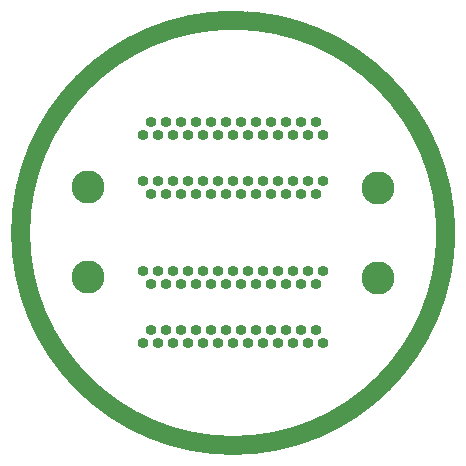
<source format=gts>
G04 #@! TF.GenerationSoftware,KiCad,Pcbnew,(6.0.5)*
G04 #@! TF.CreationDate,2022-09-27T11:09:55-06:00*
G04 #@! TF.ProjectId,Double_MicroD_25_Gateway,446f7562-6c65-45f4-9d69-63726f445f32,rev?*
G04 #@! TF.SameCoordinates,Original*
G04 #@! TF.FileFunction,Soldermask,Top*
G04 #@! TF.FilePolarity,Negative*
%FSLAX46Y46*%
G04 Gerber Fmt 4.6, Leading zero omitted, Abs format (unit mm)*
G04 Created by KiCad (PCBNEW (6.0.5)) date 2022-09-27 11:09:55*
%MOMM*%
%LPD*%
G01*
G04 APERTURE LIST*
%ADD10C,1.600000*%
%ADD11O,0.920000X0.920000*%
%ADD12C,2.800000*%
G04 APERTURE END LIST*
D10*
X18000000Y0D02*
G75*
G03*
X18000000Y0I-18000000J0D01*
G01*
D11*
X-7620000Y4350000D03*
X-6350000Y4350000D03*
X-5080000Y4350000D03*
X-3810000Y4350000D03*
X-2540000Y4350000D03*
X-1270000Y4350000D03*
X0Y4350000D03*
X1270000Y4350000D03*
X2540000Y4350000D03*
X3810000Y4350000D03*
X5080000Y4350000D03*
X6350000Y4350000D03*
X7620000Y4350000D03*
X-6985000Y3250000D03*
X-5715000Y3250000D03*
X-4445000Y3250000D03*
X-3175000Y3250000D03*
X-1905000Y3250000D03*
X-635000Y3250000D03*
X635000Y3250000D03*
X1905000Y3250000D03*
X3175000Y3250000D03*
X4445000Y3250000D03*
X5715000Y3250000D03*
X6985000Y3250000D03*
D12*
X-12275000Y3860000D03*
X12275000Y3800000D03*
D11*
X-7620000Y-3250000D03*
X-6350000Y-3250000D03*
X-5080000Y-3250000D03*
X-3810000Y-3250000D03*
X-2540000Y-3250000D03*
X-1270000Y-3250000D03*
X0Y-3250000D03*
X1270000Y-3250000D03*
X2540000Y-3250000D03*
X3810000Y-3250000D03*
X5080000Y-3250000D03*
X6350000Y-3250000D03*
X7620000Y-3250000D03*
X-6985000Y-4350000D03*
X-5715000Y-4350000D03*
X-4445000Y-4350000D03*
X-3175000Y-4350000D03*
X-1905000Y-4350000D03*
X-635000Y-4350000D03*
X635000Y-4350000D03*
X1905000Y-4350000D03*
X3175000Y-4350000D03*
X4445000Y-4350000D03*
X5715000Y-4350000D03*
X6985000Y-4350000D03*
D12*
X12275000Y-3800000D03*
X-12275000Y-3740000D03*
D11*
X-7620000Y8250000D03*
X-6350000Y8250000D03*
X-5080000Y8250000D03*
X-3810000Y8250000D03*
X-2540000Y8250000D03*
X-1270000Y8250000D03*
X0Y8250000D03*
X1270000Y8250000D03*
X2540000Y8250000D03*
X3810000Y8250000D03*
X5080000Y8250000D03*
X6350000Y8250000D03*
X7620000Y8250000D03*
X-6985000Y9350000D03*
X-5715000Y9350000D03*
X-4445000Y9350000D03*
X-3175000Y9350000D03*
X-1905000Y9350000D03*
X-635000Y9350000D03*
X635000Y9350000D03*
X1905000Y9350000D03*
X3175000Y9350000D03*
X4445000Y9350000D03*
X5715000Y9350000D03*
X6985000Y9350000D03*
X-7620000Y-9350000D03*
X-6350000Y-9350000D03*
X-5080000Y-9350000D03*
X-3810000Y-9350000D03*
X-2540000Y-9350000D03*
X-1270000Y-9350000D03*
X0Y-9350000D03*
X1270000Y-9350000D03*
X2540000Y-9350000D03*
X3810000Y-9350000D03*
X5080000Y-9350000D03*
X6350000Y-9350000D03*
X7620000Y-9350000D03*
X-6985000Y-8250000D03*
X-5715000Y-8250000D03*
X-4445000Y-8250000D03*
X-3175000Y-8250000D03*
X-1905000Y-8250000D03*
X-635000Y-8250000D03*
X635000Y-8250000D03*
X1905000Y-8250000D03*
X3175000Y-8250000D03*
X4445000Y-8250000D03*
X5715000Y-8250000D03*
X6985000Y-8250000D03*
M02*

</source>
